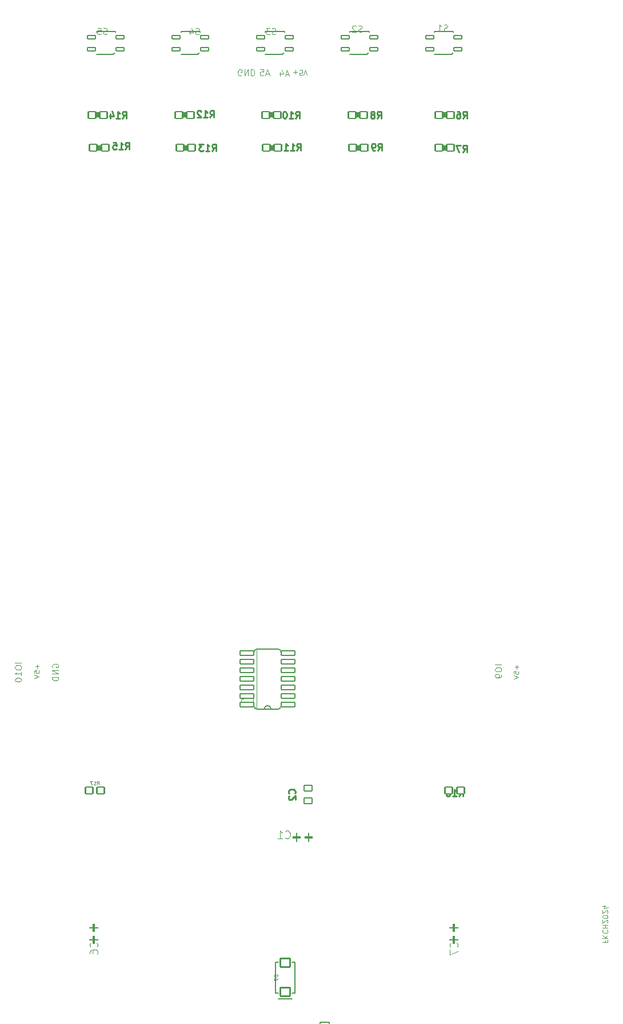
<source format=gbr>
%TF.GenerationSoftware,KiCad,Pcbnew,7.0.7*%
%TF.CreationDate,2024-03-06T07:28:39+08:00*%
%TF.ProjectId,lekirbotv2,6c656b69-7262-46f7-9476-322e6b696361,rev?*%
%TF.SameCoordinates,Original*%
%TF.FileFunction,Legend,Bot*%
%TF.FilePolarity,Positive*%
%FSLAX46Y46*%
G04 Gerber Fmt 4.6, Leading zero omitted, Abs format (unit mm)*
G04 Created by KiCad (PCBNEW 7.0.7) date 2024-03-06 07:28:39*
%MOMM*%
%LPD*%
G01*
G04 APERTURE LIST*
G04 Aperture macros list*
%AMRoundRect*
0 Rectangle with rounded corners*
0 $1 Rounding radius*
0 $2 $3 $4 $5 $6 $7 $8 $9 X,Y pos of 4 corners*
0 Add a 4 corners polygon primitive as box body*
4,1,4,$2,$3,$4,$5,$6,$7,$8,$9,$2,$3,0*
0 Add four circle primitives for the rounded corners*
1,1,$1+$1,$2,$3*
1,1,$1+$1,$4,$5*
1,1,$1+$1,$6,$7*
1,1,$1+$1,$8,$9*
0 Add four rect primitives between the rounded corners*
20,1,$1+$1,$2,$3,$4,$5,0*
20,1,$1+$1,$4,$5,$6,$7,0*
20,1,$1+$1,$6,$7,$8,$9,0*
20,1,$1+$1,$8,$9,$2,$3,0*%
%AMFreePoly0*
4,1,25,0.375350,0.844196,0.387473,0.833842,0.833842,0.387473,0.862349,0.331525,0.863600,0.315631,0.863600,-0.315631,0.844196,-0.375350,0.833842,-0.387473,0.387473,-0.833842,0.331525,-0.862349,0.315631,-0.863600,-0.315631,-0.863600,-0.375350,-0.844196,-0.387473,-0.833842,-0.833842,-0.387473,-0.862349,-0.331525,-0.863600,-0.315631,-0.863600,0.315631,-0.844196,0.375350,-0.833842,0.387473,
-0.387473,0.833842,-0.331525,0.862349,-0.315631,0.863600,0.315631,0.863600,0.375350,0.844196,0.375350,0.844196,$1*%
%AMFreePoly1*
4,1,25,0.501602,1.148996,0.513725,1.138642,1.138642,0.513725,1.167149,0.457777,1.168400,0.441883,1.168400,-0.441883,1.148996,-0.501602,1.138642,-0.513725,0.513725,-1.138642,0.457777,-1.167149,0.441883,-1.168400,-0.441883,-1.168400,-0.501602,-1.148996,-0.513725,-1.138642,-1.138642,-0.513725,-1.167149,-0.457777,-1.168400,-0.441883,-1.168400,0.441883,-1.148996,0.501602,-1.138642,0.513725,
-0.513725,1.138642,-0.457777,1.167149,-0.441883,1.168400,0.441883,1.168400,0.501602,1.148996,0.501602,1.148996,$1*%
G04 Aperture macros list end*
%ADD10C,0.081280*%
%ADD11C,0.065024*%
%ADD12C,0.097536*%
%ADD13C,0.121920*%
%ADD14C,0.250000*%
%ADD15C,0.093472*%
%ADD16C,0.116840*%
%ADD17C,0.114300*%
%ADD18C,0.203200*%
%ADD19C,0.050800*%
%ADD20C,0.152400*%
%ADD21R,1.700000X1.700000*%
%ADD22O,1.700000X1.700000*%
%ADD23C,3.200000*%
%ADD24C,2.082800*%
%ADD25C,2.000000*%
%ADD26C,1.778000*%
%ADD27RoundRect,0.101600X0.654000X-0.654000X0.654000X0.654000X-0.654000X0.654000X-0.654000X-0.654000X0*%
%ADD28C,1.511200*%
%ADD29FreePoly0,90.000000*%
%ADD30FreePoly1,90.000000*%
%ADD31C,2.183200*%
%ADD32RoundRect,0.101600X0.609600X0.266700X-0.609600X0.266700X-0.609600X-0.266700X0.609600X-0.266700X0*%
%ADD33RoundRect,0.101600X0.735000X-0.635000X0.735000X0.635000X-0.735000X0.635000X-0.735000X-0.635000X0*%
%ADD34RoundRect,0.101600X-0.735000X0.635000X-0.735000X-0.635000X0.735000X-0.635000X0.735000X0.635000X0*%
%ADD35RoundRect,0.101600X0.550000X0.500000X-0.550000X0.500000X-0.550000X-0.500000X0.550000X-0.500000X0*%
%ADD36RoundRect,0.101600X-0.600000X0.400000X-0.600000X-0.400000X0.600000X-0.400000X0.600000X0.400000X0*%
%ADD37RoundRect,0.460960X-0.190640X-0.089840X0.190640X-0.089840X0.190640X0.089840X-0.190640X0.089840X0*%
%ADD38RoundRect,0.101600X-0.550000X-0.500000X0.550000X-0.500000X0.550000X0.500000X-0.550000X0.500000X0*%
%ADD39RoundRect,0.460960X-0.089840X0.190640X-0.089840X-0.190640X0.089840X-0.190640X0.089840X0.190640X0*%
%ADD40RoundRect,0.101600X1.016000X-0.330200X1.016000X0.330200X-1.016000X0.330200X-1.016000X-0.330200X0*%
G04 APERTURE END LIST*
D10*
X55177581Y-131255276D02*
X54242861Y-131255276D01*
X54242861Y-131878423D02*
X54242861Y-132056465D01*
X54242861Y-132056465D02*
X54287371Y-132145486D01*
X54287371Y-132145486D02*
X54376392Y-132234507D01*
X54376392Y-132234507D02*
X54554434Y-132279017D01*
X54554434Y-132279017D02*
X54866008Y-132279017D01*
X54866008Y-132279017D02*
X55044050Y-132234507D01*
X55044050Y-132234507D02*
X55133071Y-132145486D01*
X55133071Y-132145486D02*
X55177581Y-132056465D01*
X55177581Y-132056465D02*
X55177581Y-131878423D01*
X55177581Y-131878423D02*
X55133071Y-131789402D01*
X55133071Y-131789402D02*
X55044050Y-131700381D01*
X55044050Y-131700381D02*
X54866008Y-131655870D01*
X54866008Y-131655870D02*
X54554434Y-131655870D01*
X54554434Y-131655870D02*
X54376392Y-131700381D01*
X54376392Y-131700381D02*
X54287371Y-131789402D01*
X54287371Y-131789402D02*
X54242861Y-131878423D01*
X55177581Y-133169226D02*
X55177581Y-132635100D01*
X55177581Y-132902163D02*
X54242861Y-132902163D01*
X54242861Y-132902163D02*
X54376392Y-132813142D01*
X54376392Y-132813142D02*
X54465413Y-132724121D01*
X54465413Y-132724121D02*
X54509924Y-132635100D01*
X54242861Y-133747863D02*
X54242861Y-133836884D01*
X54242861Y-133836884D02*
X54287371Y-133925905D01*
X54287371Y-133925905D02*
X54331882Y-133970415D01*
X54331882Y-133970415D02*
X54420903Y-134014926D01*
X54420903Y-134014926D02*
X54598945Y-134059436D01*
X54598945Y-134059436D02*
X54821497Y-134059436D01*
X54821497Y-134059436D02*
X54999539Y-134014926D01*
X54999539Y-134014926D02*
X55088560Y-133970415D01*
X55088560Y-133970415D02*
X55133071Y-133925905D01*
X55133071Y-133925905D02*
X55177581Y-133836884D01*
X55177581Y-133836884D02*
X55177581Y-133747863D01*
X55177581Y-133747863D02*
X55133071Y-133658842D01*
X55133071Y-133658842D02*
X55088560Y-133614331D01*
X55088560Y-133614331D02*
X54999539Y-133569821D01*
X54999539Y-133569821D02*
X54821497Y-133525310D01*
X54821497Y-133525310D02*
X54598945Y-133525310D01*
X54598945Y-133525310D02*
X54420903Y-133569821D01*
X54420903Y-133569821D02*
X54331882Y-133614331D01*
X54331882Y-133614331D02*
X54287371Y-133658842D01*
X54287371Y-133658842D02*
X54242861Y-133747863D01*
X67840885Y-38240471D02*
X67707353Y-38284981D01*
X67707353Y-38284981D02*
X67484801Y-38284981D01*
X67484801Y-38284981D02*
X67395780Y-38240471D01*
X67395780Y-38240471D02*
X67351269Y-38195960D01*
X67351269Y-38195960D02*
X67306759Y-38106939D01*
X67306759Y-38106939D02*
X67306759Y-38017918D01*
X67306759Y-38017918D02*
X67351269Y-37928897D01*
X67351269Y-37928897D02*
X67395780Y-37884387D01*
X67395780Y-37884387D02*
X67484801Y-37839876D01*
X67484801Y-37839876D02*
X67662843Y-37795366D01*
X67662843Y-37795366D02*
X67751864Y-37750855D01*
X67751864Y-37750855D02*
X67796374Y-37706345D01*
X67796374Y-37706345D02*
X67840885Y-37617324D01*
X67840885Y-37617324D02*
X67840885Y-37528303D01*
X67840885Y-37528303D02*
X67796374Y-37439282D01*
X67796374Y-37439282D02*
X67751864Y-37394771D01*
X67751864Y-37394771D02*
X67662843Y-37350261D01*
X67662843Y-37350261D02*
X67440290Y-37350261D01*
X67440290Y-37350261D02*
X67306759Y-37394771D01*
X66461059Y-37350261D02*
X66906164Y-37350261D01*
X66906164Y-37350261D02*
X66950675Y-37795366D01*
X66950675Y-37795366D02*
X66906164Y-37750855D01*
X66906164Y-37750855D02*
X66817143Y-37706345D01*
X66817143Y-37706345D02*
X66594591Y-37706345D01*
X66594591Y-37706345D02*
X66505570Y-37750855D01*
X66505570Y-37750855D02*
X66461059Y-37795366D01*
X66461059Y-37795366D02*
X66416549Y-37884387D01*
X66416549Y-37884387D02*
X66416549Y-38106939D01*
X66416549Y-38106939D02*
X66461059Y-38195960D01*
X66461059Y-38195960D02*
X66505570Y-38240471D01*
X66505570Y-38240471D02*
X66594591Y-38284981D01*
X66594591Y-38284981D02*
X66817143Y-38284981D01*
X66817143Y-38284981D02*
X66906164Y-38240471D01*
X66906164Y-38240471D02*
X66950675Y-38195960D01*
X87761040Y-44390828D02*
X87672019Y-44435338D01*
X87672019Y-44435338D02*
X87538488Y-44435338D01*
X87538488Y-44435338D02*
X87404956Y-44390828D01*
X87404956Y-44390828D02*
X87315935Y-44301807D01*
X87315935Y-44301807D02*
X87271425Y-44212786D01*
X87271425Y-44212786D02*
X87226914Y-44034744D01*
X87226914Y-44034744D02*
X87226914Y-43901212D01*
X87226914Y-43901212D02*
X87271425Y-43723170D01*
X87271425Y-43723170D02*
X87315935Y-43634149D01*
X87315935Y-43634149D02*
X87404956Y-43545129D01*
X87404956Y-43545129D02*
X87538488Y-43500618D01*
X87538488Y-43500618D02*
X87627509Y-43500618D01*
X87627509Y-43500618D02*
X87761040Y-43545129D01*
X87761040Y-43545129D02*
X87805551Y-43589639D01*
X87805551Y-43589639D02*
X87805551Y-43901212D01*
X87805551Y-43901212D02*
X87627509Y-43901212D01*
X88206145Y-43500618D02*
X88206145Y-44435338D01*
X88206145Y-44435338D02*
X88740271Y-43500618D01*
X88740271Y-43500618D02*
X88740271Y-44435338D01*
X89185375Y-43500618D02*
X89185375Y-44435338D01*
X89185375Y-44435338D02*
X89407927Y-44435338D01*
X89407927Y-44435338D02*
X89541459Y-44390828D01*
X89541459Y-44390828D02*
X89630480Y-44301807D01*
X89630480Y-44301807D02*
X89674990Y-44212786D01*
X89674990Y-44212786D02*
X89719501Y-44034744D01*
X89719501Y-44034744D02*
X89719501Y-43901212D01*
X89719501Y-43901212D02*
X89674990Y-43723170D01*
X89674990Y-43723170D02*
X89630480Y-43634149D01*
X89630480Y-43634149D02*
X89541459Y-43545129D01*
X89541459Y-43545129D02*
X89407927Y-43500618D01*
X89407927Y-43500618D02*
X89185375Y-43500618D01*
X81479728Y-38316671D02*
X81346196Y-38361181D01*
X81346196Y-38361181D02*
X81123644Y-38361181D01*
X81123644Y-38361181D02*
X81034623Y-38316671D01*
X81034623Y-38316671D02*
X80990112Y-38272160D01*
X80990112Y-38272160D02*
X80945602Y-38183139D01*
X80945602Y-38183139D02*
X80945602Y-38094118D01*
X80945602Y-38094118D02*
X80990112Y-38005097D01*
X80990112Y-38005097D02*
X81034623Y-37960587D01*
X81034623Y-37960587D02*
X81123644Y-37916076D01*
X81123644Y-37916076D02*
X81301686Y-37871566D01*
X81301686Y-37871566D02*
X81390707Y-37827055D01*
X81390707Y-37827055D02*
X81435217Y-37782545D01*
X81435217Y-37782545D02*
X81479728Y-37693524D01*
X81479728Y-37693524D02*
X81479728Y-37604503D01*
X81479728Y-37604503D02*
X81435217Y-37515482D01*
X81435217Y-37515482D02*
X81390707Y-37470971D01*
X81390707Y-37470971D02*
X81301686Y-37426461D01*
X81301686Y-37426461D02*
X81079133Y-37426461D01*
X81079133Y-37426461D02*
X80945602Y-37470971D01*
X80144413Y-37738034D02*
X80144413Y-38361181D01*
X80366965Y-37381951D02*
X80589518Y-38049608D01*
X80589518Y-38049608D02*
X80010881Y-38049608D01*
X118285285Y-37783271D02*
X118151753Y-37827781D01*
X118151753Y-37827781D02*
X117929201Y-37827781D01*
X117929201Y-37827781D02*
X117840180Y-37783271D01*
X117840180Y-37783271D02*
X117795669Y-37738760D01*
X117795669Y-37738760D02*
X117751159Y-37649739D01*
X117751159Y-37649739D02*
X117751159Y-37560718D01*
X117751159Y-37560718D02*
X117795669Y-37471697D01*
X117795669Y-37471697D02*
X117840180Y-37427187D01*
X117840180Y-37427187D02*
X117929201Y-37382676D01*
X117929201Y-37382676D02*
X118107243Y-37338166D01*
X118107243Y-37338166D02*
X118196264Y-37293655D01*
X118196264Y-37293655D02*
X118240774Y-37249145D01*
X118240774Y-37249145D02*
X118285285Y-37160124D01*
X118285285Y-37160124D02*
X118285285Y-37071103D01*
X118285285Y-37071103D02*
X118240774Y-36982082D01*
X118240774Y-36982082D02*
X118196264Y-36937571D01*
X118196264Y-36937571D02*
X118107243Y-36893061D01*
X118107243Y-36893061D02*
X117884690Y-36893061D01*
X117884690Y-36893061D02*
X117751159Y-36937571D01*
X116860949Y-37827781D02*
X117395075Y-37827781D01*
X117128012Y-37827781D02*
X117128012Y-36893061D01*
X117128012Y-36893061D02*
X117217033Y-37026592D01*
X117217033Y-37026592D02*
X117306054Y-37115613D01*
X117306054Y-37115613D02*
X117395075Y-37160124D01*
D11*
X141673889Y-172388218D02*
X141673889Y-172637477D01*
X141282197Y-172637477D02*
X142029973Y-172637477D01*
X142029973Y-172637477D02*
X142029973Y-172281393D01*
X141282197Y-171996526D02*
X142029973Y-171996526D01*
X141282197Y-171569225D02*
X141709498Y-171889700D01*
X142029973Y-171569225D02*
X141602673Y-171996526D01*
X141353414Y-170821449D02*
X141317806Y-170857057D01*
X141317806Y-170857057D02*
X141282197Y-170963883D01*
X141282197Y-170963883D02*
X141282197Y-171035099D01*
X141282197Y-171035099D02*
X141317806Y-171141924D01*
X141317806Y-171141924D02*
X141389022Y-171213141D01*
X141389022Y-171213141D02*
X141460239Y-171248750D01*
X141460239Y-171248750D02*
X141602673Y-171284358D01*
X141602673Y-171284358D02*
X141709498Y-171284358D01*
X141709498Y-171284358D02*
X141851931Y-171248750D01*
X141851931Y-171248750D02*
X141923148Y-171213141D01*
X141923148Y-171213141D02*
X141994365Y-171141924D01*
X141994365Y-171141924D02*
X142029973Y-171035099D01*
X142029973Y-171035099D02*
X142029973Y-170963883D01*
X142029973Y-170963883D02*
X141994365Y-170857057D01*
X141994365Y-170857057D02*
X141958756Y-170821449D01*
X141282197Y-170500974D02*
X142029973Y-170500974D01*
X141673889Y-170500974D02*
X141673889Y-170073673D01*
X141282197Y-170073673D02*
X142029973Y-170073673D01*
X141958756Y-169753198D02*
X141994365Y-169717590D01*
X141994365Y-169717590D02*
X142029973Y-169646373D01*
X142029973Y-169646373D02*
X142029973Y-169468331D01*
X142029973Y-169468331D02*
X141994365Y-169397114D01*
X141994365Y-169397114D02*
X141958756Y-169361506D01*
X141958756Y-169361506D02*
X141887540Y-169325897D01*
X141887540Y-169325897D02*
X141816323Y-169325897D01*
X141816323Y-169325897D02*
X141709498Y-169361506D01*
X141709498Y-169361506D02*
X141282197Y-169788806D01*
X141282197Y-169788806D02*
X141282197Y-169325897D01*
X142029973Y-168862988D02*
X142029973Y-168791771D01*
X142029973Y-168791771D02*
X141994365Y-168720555D01*
X141994365Y-168720555D02*
X141958756Y-168684946D01*
X141958756Y-168684946D02*
X141887540Y-168649338D01*
X141887540Y-168649338D02*
X141745106Y-168613729D01*
X141745106Y-168613729D02*
X141567064Y-168613729D01*
X141567064Y-168613729D02*
X141424631Y-168649338D01*
X141424631Y-168649338D02*
X141353414Y-168684946D01*
X141353414Y-168684946D02*
X141317806Y-168720555D01*
X141317806Y-168720555D02*
X141282197Y-168791771D01*
X141282197Y-168791771D02*
X141282197Y-168862988D01*
X141282197Y-168862988D02*
X141317806Y-168934205D01*
X141317806Y-168934205D02*
X141353414Y-168969813D01*
X141353414Y-168969813D02*
X141424631Y-169005422D01*
X141424631Y-169005422D02*
X141567064Y-169041030D01*
X141567064Y-169041030D02*
X141745106Y-169041030D01*
X141745106Y-169041030D02*
X141887540Y-169005422D01*
X141887540Y-169005422D02*
X141958756Y-168969813D01*
X141958756Y-168969813D02*
X141994365Y-168934205D01*
X141994365Y-168934205D02*
X142029973Y-168862988D01*
X141958756Y-168328862D02*
X141994365Y-168293254D01*
X141994365Y-168293254D02*
X142029973Y-168222037D01*
X142029973Y-168222037D02*
X142029973Y-168043995D01*
X142029973Y-168043995D02*
X141994365Y-167972778D01*
X141994365Y-167972778D02*
X141958756Y-167937170D01*
X141958756Y-167937170D02*
X141887540Y-167901561D01*
X141887540Y-167901561D02*
X141816323Y-167901561D01*
X141816323Y-167901561D02*
X141709498Y-167937170D01*
X141709498Y-167937170D02*
X141282197Y-168364470D01*
X141282197Y-168364470D02*
X141282197Y-167901561D01*
X141780714Y-167260610D02*
X141282197Y-167260610D01*
X142065582Y-167438652D02*
X141531456Y-167616694D01*
X141531456Y-167616694D02*
X141531456Y-167153785D01*
X128551038Y-131631870D02*
X128551038Y-132201605D01*
X128835905Y-131916737D02*
X128266171Y-131916737D01*
X128088129Y-132913772D02*
X128088129Y-132557688D01*
X128088129Y-132557688D02*
X128444213Y-132522080D01*
X128444213Y-132522080D02*
X128408604Y-132557688D01*
X128408604Y-132557688D02*
X128372996Y-132628905D01*
X128372996Y-132628905D02*
X128372996Y-132806947D01*
X128372996Y-132806947D02*
X128408604Y-132878164D01*
X128408604Y-132878164D02*
X128444213Y-132913772D01*
X128444213Y-132913772D02*
X128515429Y-132949381D01*
X128515429Y-132949381D02*
X128693471Y-132949381D01*
X128693471Y-132949381D02*
X128764688Y-132913772D01*
X128764688Y-132913772D02*
X128800297Y-132878164D01*
X128800297Y-132878164D02*
X128835905Y-132806947D01*
X128835905Y-132806947D02*
X128835905Y-132628905D01*
X128835905Y-132628905D02*
X128800297Y-132557688D01*
X128800297Y-132557688D02*
X128764688Y-132522080D01*
X128088129Y-133163031D02*
X128835905Y-133412290D01*
X128835905Y-133412290D02*
X128088129Y-133661549D01*
D10*
X94764885Y-44240918D02*
X94319780Y-44240918D01*
X94853906Y-44507981D02*
X94542332Y-43573261D01*
X94542332Y-43573261D02*
X94230759Y-44507981D01*
X93518591Y-43884834D02*
X93518591Y-44507981D01*
X93741143Y-43528751D02*
X93963696Y-44196408D01*
X93963696Y-44196408D02*
X93385059Y-44196408D01*
D11*
X95471219Y-43888761D02*
X96040954Y-43888761D01*
X95756086Y-43603894D02*
X95756086Y-44173628D01*
X96753121Y-44351670D02*
X96397037Y-44351670D01*
X96397037Y-44351670D02*
X96361429Y-43995586D01*
X96361429Y-43995586D02*
X96397037Y-44031195D01*
X96397037Y-44031195D02*
X96468254Y-44066803D01*
X96468254Y-44066803D02*
X96646296Y-44066803D01*
X96646296Y-44066803D02*
X96717513Y-44031195D01*
X96717513Y-44031195D02*
X96753121Y-43995586D01*
X96753121Y-43995586D02*
X96788730Y-43924370D01*
X96788730Y-43924370D02*
X96788730Y-43746328D01*
X96788730Y-43746328D02*
X96753121Y-43675111D01*
X96753121Y-43675111D02*
X96717513Y-43639503D01*
X96717513Y-43639503D02*
X96646296Y-43603894D01*
X96646296Y-43603894D02*
X96468254Y-43603894D01*
X96468254Y-43603894D02*
X96397037Y-43639503D01*
X96397037Y-43639503D02*
X96361429Y-43675111D01*
X97002380Y-44351670D02*
X97251639Y-43603894D01*
X97251639Y-43603894D02*
X97500898Y-44351670D01*
D10*
X59773771Y-131948091D02*
X59729261Y-131859070D01*
X59729261Y-131859070D02*
X59729261Y-131725539D01*
X59729261Y-131725539D02*
X59773771Y-131592007D01*
X59773771Y-131592007D02*
X59862792Y-131502986D01*
X59862792Y-131502986D02*
X59951813Y-131458476D01*
X59951813Y-131458476D02*
X60129855Y-131413965D01*
X60129855Y-131413965D02*
X60263387Y-131413965D01*
X60263387Y-131413965D02*
X60441429Y-131458476D01*
X60441429Y-131458476D02*
X60530450Y-131502986D01*
X60530450Y-131502986D02*
X60619471Y-131592007D01*
X60619471Y-131592007D02*
X60663981Y-131725539D01*
X60663981Y-131725539D02*
X60663981Y-131814560D01*
X60663981Y-131814560D02*
X60619471Y-131948091D01*
X60619471Y-131948091D02*
X60574960Y-131992602D01*
X60574960Y-131992602D02*
X60263387Y-131992602D01*
X60263387Y-131992602D02*
X60263387Y-131814560D01*
X60663981Y-132393196D02*
X59729261Y-132393196D01*
X59729261Y-132393196D02*
X60663981Y-132927322D01*
X60663981Y-132927322D02*
X59729261Y-132927322D01*
X60663981Y-133372426D02*
X59729261Y-133372426D01*
X59729261Y-133372426D02*
X59729261Y-133594978D01*
X59729261Y-133594978D02*
X59773771Y-133728510D01*
X59773771Y-133728510D02*
X59862792Y-133817531D01*
X59862792Y-133817531D02*
X59951813Y-133862041D01*
X59951813Y-133862041D02*
X60129855Y-133906552D01*
X60129855Y-133906552D02*
X60263387Y-133906552D01*
X60263387Y-133906552D02*
X60441429Y-133862041D01*
X60441429Y-133862041D02*
X60530450Y-133817531D01*
X60530450Y-133817531D02*
X60619471Y-133728510D01*
X60619471Y-133728510D02*
X60663981Y-133594978D01*
X60663981Y-133594978D02*
X60663981Y-133372426D01*
X91843885Y-44139318D02*
X91398780Y-44139318D01*
X91932906Y-44406381D02*
X91621332Y-43471661D01*
X91621332Y-43471661D02*
X91309759Y-44406381D01*
X90553080Y-43471661D02*
X90998185Y-43471661D01*
X90998185Y-43471661D02*
X91042696Y-43916766D01*
X91042696Y-43916766D02*
X90998185Y-43872255D01*
X90998185Y-43872255D02*
X90909164Y-43827745D01*
X90909164Y-43827745D02*
X90686612Y-43827745D01*
X90686612Y-43827745D02*
X90597591Y-43872255D01*
X90597591Y-43872255D02*
X90553080Y-43916766D01*
X90553080Y-43916766D02*
X90508570Y-44005787D01*
X90508570Y-44005787D02*
X90508570Y-44228339D01*
X90508570Y-44228339D02*
X90553080Y-44317360D01*
X90553080Y-44317360D02*
X90597591Y-44361871D01*
X90597591Y-44361871D02*
X90686612Y-44406381D01*
X90686612Y-44406381D02*
X90909164Y-44406381D01*
X90909164Y-44406381D02*
X90998185Y-44361871D01*
X90998185Y-44361871D02*
X91042696Y-44317360D01*
D11*
X57507238Y-131530270D02*
X57507238Y-132100005D01*
X57792105Y-131815137D02*
X57222371Y-131815137D01*
X57044329Y-132812172D02*
X57044329Y-132456088D01*
X57044329Y-132456088D02*
X57400413Y-132420480D01*
X57400413Y-132420480D02*
X57364804Y-132456088D01*
X57364804Y-132456088D02*
X57329196Y-132527305D01*
X57329196Y-132527305D02*
X57329196Y-132705347D01*
X57329196Y-132705347D02*
X57364804Y-132776564D01*
X57364804Y-132776564D02*
X57400413Y-132812172D01*
X57400413Y-132812172D02*
X57471629Y-132847781D01*
X57471629Y-132847781D02*
X57649671Y-132847781D01*
X57649671Y-132847781D02*
X57720888Y-132812172D01*
X57720888Y-132812172D02*
X57756497Y-132776564D01*
X57756497Y-132776564D02*
X57792105Y-132705347D01*
X57792105Y-132705347D02*
X57792105Y-132527305D01*
X57792105Y-132527305D02*
X57756497Y-132456088D01*
X57756497Y-132456088D02*
X57720888Y-132420480D01*
X57044329Y-133061431D02*
X57792105Y-133310690D01*
X57792105Y-133310690D02*
X57044329Y-133559949D01*
D10*
X92849043Y-38316671D02*
X92715511Y-38361181D01*
X92715511Y-38361181D02*
X92492959Y-38361181D01*
X92492959Y-38361181D02*
X92403938Y-38316671D01*
X92403938Y-38316671D02*
X92359427Y-38272160D01*
X92359427Y-38272160D02*
X92314917Y-38183139D01*
X92314917Y-38183139D02*
X92314917Y-38094118D01*
X92314917Y-38094118D02*
X92359427Y-38005097D01*
X92359427Y-38005097D02*
X92403938Y-37960587D01*
X92403938Y-37960587D02*
X92492959Y-37916076D01*
X92492959Y-37916076D02*
X92671001Y-37871566D01*
X92671001Y-37871566D02*
X92760022Y-37827055D01*
X92760022Y-37827055D02*
X92804532Y-37782545D01*
X92804532Y-37782545D02*
X92849043Y-37693524D01*
X92849043Y-37693524D02*
X92849043Y-37604503D01*
X92849043Y-37604503D02*
X92804532Y-37515482D01*
X92804532Y-37515482D02*
X92760022Y-37470971D01*
X92760022Y-37470971D02*
X92671001Y-37426461D01*
X92671001Y-37426461D02*
X92448448Y-37426461D01*
X92448448Y-37426461D02*
X92314917Y-37470971D01*
X92003343Y-37426461D02*
X91424707Y-37426461D01*
X91424707Y-37426461D02*
X91736280Y-37782545D01*
X91736280Y-37782545D02*
X91602749Y-37782545D01*
X91602749Y-37782545D02*
X91513728Y-37827055D01*
X91513728Y-37827055D02*
X91469217Y-37871566D01*
X91469217Y-37871566D02*
X91424707Y-37960587D01*
X91424707Y-37960587D02*
X91424707Y-38183139D01*
X91424707Y-38183139D02*
X91469217Y-38272160D01*
X91469217Y-38272160D02*
X91513728Y-38316671D01*
X91513728Y-38316671D02*
X91602749Y-38361181D01*
X91602749Y-38361181D02*
X91869812Y-38361181D01*
X91869812Y-38361181D02*
X91958833Y-38316671D01*
X91958833Y-38316671D02*
X92003343Y-38272160D01*
X105610685Y-37935671D02*
X105477153Y-37980181D01*
X105477153Y-37980181D02*
X105254601Y-37980181D01*
X105254601Y-37980181D02*
X105165580Y-37935671D01*
X105165580Y-37935671D02*
X105121069Y-37891160D01*
X105121069Y-37891160D02*
X105076559Y-37802139D01*
X105076559Y-37802139D02*
X105076559Y-37713118D01*
X105076559Y-37713118D02*
X105121069Y-37624097D01*
X105121069Y-37624097D02*
X105165580Y-37579587D01*
X105165580Y-37579587D02*
X105254601Y-37535076D01*
X105254601Y-37535076D02*
X105432643Y-37490566D01*
X105432643Y-37490566D02*
X105521664Y-37446055D01*
X105521664Y-37446055D02*
X105566174Y-37401545D01*
X105566174Y-37401545D02*
X105610685Y-37312524D01*
X105610685Y-37312524D02*
X105610685Y-37223503D01*
X105610685Y-37223503D02*
X105566174Y-37134482D01*
X105566174Y-37134482D02*
X105521664Y-37089971D01*
X105521664Y-37089971D02*
X105432643Y-37045461D01*
X105432643Y-37045461D02*
X105210090Y-37045461D01*
X105210090Y-37045461D02*
X105076559Y-37089971D01*
X104720475Y-37134482D02*
X104675964Y-37089971D01*
X104675964Y-37089971D02*
X104586943Y-37045461D01*
X104586943Y-37045461D02*
X104364391Y-37045461D01*
X104364391Y-37045461D02*
X104275370Y-37089971D01*
X104275370Y-37089971D02*
X104230859Y-37134482D01*
X104230859Y-37134482D02*
X104186349Y-37223503D01*
X104186349Y-37223503D02*
X104186349Y-37312524D01*
X104186349Y-37312524D02*
X104230859Y-37446055D01*
X104230859Y-37446055D02*
X104764985Y-37980181D01*
X104764985Y-37980181D02*
X104186349Y-37980181D01*
X126297581Y-131560076D02*
X125362861Y-131560076D01*
X125362861Y-132183223D02*
X125362861Y-132361265D01*
X125362861Y-132361265D02*
X125407371Y-132450286D01*
X125407371Y-132450286D02*
X125496392Y-132539307D01*
X125496392Y-132539307D02*
X125674434Y-132583817D01*
X125674434Y-132583817D02*
X125986008Y-132583817D01*
X125986008Y-132583817D02*
X126164050Y-132539307D01*
X126164050Y-132539307D02*
X126253071Y-132450286D01*
X126253071Y-132450286D02*
X126297581Y-132361265D01*
X126297581Y-132361265D02*
X126297581Y-132183223D01*
X126297581Y-132183223D02*
X126253071Y-132094202D01*
X126253071Y-132094202D02*
X126164050Y-132005181D01*
X126164050Y-132005181D02*
X125986008Y-131960670D01*
X125986008Y-131960670D02*
X125674434Y-131960670D01*
X125674434Y-131960670D02*
X125496392Y-132005181D01*
X125496392Y-132005181D02*
X125407371Y-132094202D01*
X125407371Y-132094202D02*
X125362861Y-132183223D01*
X126297581Y-133028921D02*
X126297581Y-133206963D01*
X126297581Y-133206963D02*
X126253071Y-133295984D01*
X126253071Y-133295984D02*
X126208560Y-133340495D01*
X126208560Y-133340495D02*
X126075029Y-133429516D01*
X126075029Y-133429516D02*
X125896987Y-133474026D01*
X125896987Y-133474026D02*
X125540903Y-133474026D01*
X125540903Y-133474026D02*
X125451882Y-133429516D01*
X125451882Y-133429516D02*
X125407371Y-133385005D01*
X125407371Y-133385005D02*
X125362861Y-133295984D01*
X125362861Y-133295984D02*
X125362861Y-133117942D01*
X125362861Y-133117942D02*
X125407371Y-133028921D01*
X125407371Y-133028921D02*
X125451882Y-132984411D01*
X125451882Y-132984411D02*
X125540903Y-132939900D01*
X125540903Y-132939900D02*
X125763455Y-132939900D01*
X125763455Y-132939900D02*
X125852476Y-132984411D01*
X125852476Y-132984411D02*
X125896987Y-133028921D01*
X125896987Y-133028921D02*
X125941497Y-133117942D01*
X125941497Y-133117942D02*
X125941497Y-133295984D01*
X125941497Y-133295984D02*
X125896987Y-133385005D01*
X125896987Y-133385005D02*
X125852476Y-133429516D01*
X125852476Y-133429516D02*
X125763455Y-133474026D01*
D12*
X93114776Y-177447099D02*
X92602712Y-177447099D01*
X92602712Y-177447099D02*
X92602712Y-177569019D01*
X92602712Y-177569019D02*
X92627096Y-177642171D01*
X92627096Y-177642171D02*
X92675864Y-177690939D01*
X92675864Y-177690939D02*
X92724632Y-177715323D01*
X92724632Y-177715323D02*
X92822168Y-177739707D01*
X92822168Y-177739707D02*
X92895320Y-177739707D01*
X92895320Y-177739707D02*
X92992856Y-177715323D01*
X92992856Y-177715323D02*
X93041624Y-177690939D01*
X93041624Y-177690939D02*
X93090392Y-177642171D01*
X93090392Y-177642171D02*
X93114776Y-177569019D01*
X93114776Y-177569019D02*
X93114776Y-177447099D01*
X92602712Y-177910395D02*
X92602712Y-178251771D01*
X92602712Y-178251771D02*
X93114776Y-178032315D01*
D13*
X66353908Y-149302828D02*
X66516468Y-149070600D01*
X66632582Y-149302828D02*
X66632582Y-148815148D01*
X66632582Y-148815148D02*
X66446799Y-148815148D01*
X66446799Y-148815148D02*
X66400354Y-148838371D01*
X66400354Y-148838371D02*
X66377131Y-148861594D01*
X66377131Y-148861594D02*
X66353908Y-148908040D01*
X66353908Y-148908040D02*
X66353908Y-148977708D01*
X66353908Y-148977708D02*
X66377131Y-149024154D01*
X66377131Y-149024154D02*
X66400354Y-149047377D01*
X66400354Y-149047377D02*
X66446799Y-149070600D01*
X66446799Y-149070600D02*
X66632582Y-149070600D01*
X65889451Y-149302828D02*
X66168125Y-149302828D01*
X66028788Y-149302828D02*
X66028788Y-148815148D01*
X66028788Y-148815148D02*
X66075234Y-148884817D01*
X66075234Y-148884817D02*
X66121679Y-148931263D01*
X66121679Y-148931263D02*
X66168125Y-148954486D01*
X65726891Y-148815148D02*
X65401771Y-148815148D01*
X65401771Y-148815148D02*
X65610777Y-149302828D01*
D14*
X83100403Y-50612619D02*
X83433736Y-50136428D01*
X83671831Y-50612619D02*
X83671831Y-49612619D01*
X83671831Y-49612619D02*
X83290879Y-49612619D01*
X83290879Y-49612619D02*
X83195641Y-49660238D01*
X83195641Y-49660238D02*
X83148022Y-49707857D01*
X83148022Y-49707857D02*
X83100403Y-49803095D01*
X83100403Y-49803095D02*
X83100403Y-49945952D01*
X83100403Y-49945952D02*
X83148022Y-50041190D01*
X83148022Y-50041190D02*
X83195641Y-50088809D01*
X83195641Y-50088809D02*
X83290879Y-50136428D01*
X83290879Y-50136428D02*
X83671831Y-50136428D01*
X82148022Y-50612619D02*
X82719450Y-50612619D01*
X82433736Y-50612619D02*
X82433736Y-49612619D01*
X82433736Y-49612619D02*
X82528974Y-49755476D01*
X82528974Y-49755476D02*
X82624212Y-49850714D01*
X82624212Y-49850714D02*
X82719450Y-49898333D01*
X81767069Y-49707857D02*
X81719450Y-49660238D01*
X81719450Y-49660238D02*
X81624212Y-49612619D01*
X81624212Y-49612619D02*
X81386117Y-49612619D01*
X81386117Y-49612619D02*
X81290879Y-49660238D01*
X81290879Y-49660238D02*
X81243260Y-49707857D01*
X81243260Y-49707857D02*
X81195641Y-49803095D01*
X81195641Y-49803095D02*
X81195641Y-49898333D01*
X81195641Y-49898333D02*
X81243260Y-50041190D01*
X81243260Y-50041190D02*
X81814688Y-50612619D01*
X81814688Y-50612619D02*
X81195641Y-50612619D01*
X95654780Y-150599184D02*
X95702400Y-150551565D01*
X95702400Y-150551565D02*
X95750019Y-150408708D01*
X95750019Y-150408708D02*
X95750019Y-150313470D01*
X95750019Y-150313470D02*
X95702400Y-150170613D01*
X95702400Y-150170613D02*
X95607161Y-150075375D01*
X95607161Y-150075375D02*
X95511923Y-150027756D01*
X95511923Y-150027756D02*
X95321447Y-149980137D01*
X95321447Y-149980137D02*
X95178590Y-149980137D01*
X95178590Y-149980137D02*
X94988114Y-150027756D01*
X94988114Y-150027756D02*
X94892876Y-150075375D01*
X94892876Y-150075375D02*
X94797638Y-150170613D01*
X94797638Y-150170613D02*
X94750019Y-150313470D01*
X94750019Y-150313470D02*
X94750019Y-150408708D01*
X94750019Y-150408708D02*
X94797638Y-150551565D01*
X94797638Y-150551565D02*
X94845257Y-150599184D01*
X94845257Y-150980137D02*
X94797638Y-151027756D01*
X94797638Y-151027756D02*
X94750019Y-151122994D01*
X94750019Y-151122994D02*
X94750019Y-151361089D01*
X94750019Y-151361089D02*
X94797638Y-151456327D01*
X94797638Y-151456327D02*
X94845257Y-151503946D01*
X94845257Y-151503946D02*
X94940495Y-151551565D01*
X94940495Y-151551565D02*
X95035733Y-151551565D01*
X95035733Y-151551565D02*
X95178590Y-151503946D01*
X95178590Y-151503946D02*
X95750019Y-150932518D01*
X95750019Y-150932518D02*
X95750019Y-151551565D01*
D15*
X66363304Y-173275872D02*
X66419330Y-173219847D01*
X66419330Y-173219847D02*
X66475355Y-173051771D01*
X66475355Y-173051771D02*
X66475355Y-172939721D01*
X66475355Y-172939721D02*
X66419330Y-172771646D01*
X66419330Y-172771646D02*
X66307279Y-172659595D01*
X66307279Y-172659595D02*
X66195229Y-172603570D01*
X66195229Y-172603570D02*
X65971128Y-172547545D01*
X65971128Y-172547545D02*
X65803053Y-172547545D01*
X65803053Y-172547545D02*
X65578952Y-172603570D01*
X65578952Y-172603570D02*
X65466902Y-172659595D01*
X65466902Y-172659595D02*
X65354852Y-172771646D01*
X65354852Y-172771646D02*
X65298827Y-172939721D01*
X65298827Y-172939721D02*
X65298827Y-173051771D01*
X65298827Y-173051771D02*
X65354852Y-173219847D01*
X65354852Y-173219847D02*
X65410877Y-173275872D01*
X65298827Y-174284325D02*
X65298827Y-174060224D01*
X65298827Y-174060224D02*
X65354852Y-173948174D01*
X65354852Y-173948174D02*
X65410877Y-173892149D01*
X65410877Y-173892149D02*
X65578952Y-173780098D01*
X65578952Y-173780098D02*
X65803053Y-173724073D01*
X65803053Y-173724073D02*
X66251254Y-173724073D01*
X66251254Y-173724073D02*
X66363304Y-173780098D01*
X66363304Y-173780098D02*
X66419330Y-173836123D01*
X66419330Y-173836123D02*
X66475355Y-173948174D01*
X66475355Y-173948174D02*
X66475355Y-174172274D01*
X66475355Y-174172274D02*
X66419330Y-174284325D01*
X66419330Y-174284325D02*
X66363304Y-174340350D01*
X66363304Y-174340350D02*
X66251254Y-174396375D01*
X66251254Y-174396375D02*
X65971128Y-174396375D01*
X65971128Y-174396375D02*
X65859078Y-174340350D01*
X65859078Y-174340350D02*
X65803053Y-174284325D01*
X65803053Y-174284325D02*
X65747028Y-174172274D01*
X65747028Y-174172274D02*
X65747028Y-173948174D01*
X65747028Y-173948174D02*
X65803053Y-173836123D01*
X65803053Y-173836123D02*
X65859078Y-173780098D01*
X65859078Y-173780098D02*
X65971128Y-173724073D01*
D14*
X119997857Y-150994619D02*
X120331190Y-150518428D01*
X120569285Y-150994619D02*
X120569285Y-149994619D01*
X120569285Y-149994619D02*
X120188333Y-149994619D01*
X120188333Y-149994619D02*
X120093095Y-150042238D01*
X120093095Y-150042238D02*
X120045476Y-150089857D01*
X120045476Y-150089857D02*
X119997857Y-150185095D01*
X119997857Y-150185095D02*
X119997857Y-150327952D01*
X119997857Y-150327952D02*
X120045476Y-150423190D01*
X120045476Y-150423190D02*
X120093095Y-150470809D01*
X120093095Y-150470809D02*
X120188333Y-150518428D01*
X120188333Y-150518428D02*
X120569285Y-150518428D01*
X119045476Y-150994619D02*
X119616904Y-150994619D01*
X119331190Y-150994619D02*
X119331190Y-149994619D01*
X119331190Y-149994619D02*
X119426428Y-150137476D01*
X119426428Y-150137476D02*
X119521666Y-150232714D01*
X119521666Y-150232714D02*
X119616904Y-150280333D01*
X118188333Y-149994619D02*
X118378809Y-149994619D01*
X118378809Y-149994619D02*
X118474047Y-150042238D01*
X118474047Y-150042238D02*
X118521666Y-150089857D01*
X118521666Y-150089857D02*
X118616904Y-150232714D01*
X118616904Y-150232714D02*
X118664523Y-150423190D01*
X118664523Y-150423190D02*
X118664523Y-150804142D01*
X118664523Y-150804142D02*
X118616904Y-150899380D01*
X118616904Y-150899380D02*
X118569285Y-150947000D01*
X118569285Y-150947000D02*
X118474047Y-150994619D01*
X118474047Y-150994619D02*
X118283571Y-150994619D01*
X118283571Y-150994619D02*
X118188333Y-150947000D01*
X118188333Y-150947000D02*
X118140714Y-150899380D01*
X118140714Y-150899380D02*
X118093095Y-150804142D01*
X118093095Y-150804142D02*
X118093095Y-150566047D01*
X118093095Y-150566047D02*
X118140714Y-150470809D01*
X118140714Y-150470809D02*
X118188333Y-150423190D01*
X118188333Y-150423190D02*
X118283571Y-150375571D01*
X118283571Y-150375571D02*
X118474047Y-150375571D01*
X118474047Y-150375571D02*
X118569285Y-150423190D01*
X118569285Y-150423190D02*
X118616904Y-150470809D01*
X118616904Y-150470809D02*
X118664523Y-150566047D01*
X83413111Y-55565619D02*
X83746444Y-55089428D01*
X83984539Y-55565619D02*
X83984539Y-54565619D01*
X83984539Y-54565619D02*
X83603587Y-54565619D01*
X83603587Y-54565619D02*
X83508349Y-54613238D01*
X83508349Y-54613238D02*
X83460730Y-54660857D01*
X83460730Y-54660857D02*
X83413111Y-54756095D01*
X83413111Y-54756095D02*
X83413111Y-54898952D01*
X83413111Y-54898952D02*
X83460730Y-54994190D01*
X83460730Y-54994190D02*
X83508349Y-55041809D01*
X83508349Y-55041809D02*
X83603587Y-55089428D01*
X83603587Y-55089428D02*
X83984539Y-55089428D01*
X82460730Y-55565619D02*
X83032158Y-55565619D01*
X82746444Y-55565619D02*
X82746444Y-54565619D01*
X82746444Y-54565619D02*
X82841682Y-54708476D01*
X82841682Y-54708476D02*
X82936920Y-54803714D01*
X82936920Y-54803714D02*
X83032158Y-54851333D01*
X82127396Y-54565619D02*
X81508349Y-54565619D01*
X81508349Y-54565619D02*
X81841682Y-54946571D01*
X81841682Y-54946571D02*
X81698825Y-54946571D01*
X81698825Y-54946571D02*
X81603587Y-54994190D01*
X81603587Y-54994190D02*
X81555968Y-55041809D01*
X81555968Y-55041809D02*
X81508349Y-55137047D01*
X81508349Y-55137047D02*
X81508349Y-55375142D01*
X81508349Y-55375142D02*
X81555968Y-55470380D01*
X81555968Y-55470380D02*
X81603587Y-55518000D01*
X81603587Y-55518000D02*
X81698825Y-55565619D01*
X81698825Y-55565619D02*
X81984539Y-55565619D01*
X81984539Y-55565619D02*
X82079777Y-55518000D01*
X82079777Y-55518000D02*
X82127396Y-55470380D01*
D16*
X94282965Y-157166622D02*
X94337877Y-157221535D01*
X94337877Y-157221535D02*
X94502615Y-157276447D01*
X94502615Y-157276447D02*
X94612439Y-157276447D01*
X94612439Y-157276447D02*
X94777176Y-157221535D01*
X94777176Y-157221535D02*
X94887001Y-157111710D01*
X94887001Y-157111710D02*
X94941914Y-157001885D01*
X94941914Y-157001885D02*
X94996826Y-156782235D01*
X94996826Y-156782235D02*
X94996826Y-156617498D01*
X94996826Y-156617498D02*
X94941914Y-156397849D01*
X94941914Y-156397849D02*
X94887001Y-156288024D01*
X94887001Y-156288024D02*
X94777176Y-156178199D01*
X94777176Y-156178199D02*
X94612439Y-156123287D01*
X94612439Y-156123287D02*
X94502615Y-156123287D01*
X94502615Y-156123287D02*
X94337877Y-156178199D01*
X94337877Y-156178199D02*
X94282965Y-156233112D01*
X93184717Y-157276447D02*
X93843666Y-157276447D01*
X93514192Y-157276447D02*
X93514192Y-156123287D01*
X93514192Y-156123287D02*
X93624016Y-156288024D01*
X93624016Y-156288024D02*
X93733841Y-156397849D01*
X93733841Y-156397849D02*
X93843666Y-156452761D01*
D14*
X95986111Y-55465619D02*
X96319444Y-54989428D01*
X96557539Y-55465619D02*
X96557539Y-54465619D01*
X96557539Y-54465619D02*
X96176587Y-54465619D01*
X96176587Y-54465619D02*
X96081349Y-54513238D01*
X96081349Y-54513238D02*
X96033730Y-54560857D01*
X96033730Y-54560857D02*
X95986111Y-54656095D01*
X95986111Y-54656095D02*
X95986111Y-54798952D01*
X95986111Y-54798952D02*
X96033730Y-54894190D01*
X96033730Y-54894190D02*
X96081349Y-54941809D01*
X96081349Y-54941809D02*
X96176587Y-54989428D01*
X96176587Y-54989428D02*
X96557539Y-54989428D01*
X95033730Y-55465619D02*
X95605158Y-55465619D01*
X95319444Y-55465619D02*
X95319444Y-54465619D01*
X95319444Y-54465619D02*
X95414682Y-54608476D01*
X95414682Y-54608476D02*
X95509920Y-54703714D01*
X95509920Y-54703714D02*
X95605158Y-54751333D01*
X94081349Y-55465619D02*
X94652777Y-55465619D01*
X94367063Y-55465619D02*
X94367063Y-54465619D01*
X94367063Y-54465619D02*
X94462301Y-54608476D01*
X94462301Y-54608476D02*
X94557539Y-54703714D01*
X94557539Y-54703714D02*
X94652777Y-54751333D01*
D17*
X90023236Y-137297789D02*
X90023236Y-136142089D01*
X88812503Y-137187722D02*
X88867536Y-137242756D01*
X88867536Y-137242756D02*
X89032636Y-137297789D01*
X89032636Y-137297789D02*
X89142703Y-137297789D01*
X89142703Y-137297789D02*
X89307803Y-137242756D01*
X89307803Y-137242756D02*
X89417870Y-137132689D01*
X89417870Y-137132689D02*
X89472903Y-137022622D01*
X89472903Y-137022622D02*
X89527936Y-136802489D01*
X89527936Y-136802489D02*
X89527936Y-136637389D01*
X89527936Y-136637389D02*
X89472903Y-136417256D01*
X89472903Y-136417256D02*
X89417870Y-136307189D01*
X89417870Y-136307189D02*
X89307803Y-136197122D01*
X89307803Y-136197122D02*
X89142703Y-136142089D01*
X89142703Y-136142089D02*
X89032636Y-136142089D01*
X89032636Y-136142089D02*
X88867536Y-136197122D01*
X88867536Y-136197122D02*
X88812503Y-136252156D01*
X88427270Y-136142089D02*
X87711836Y-136142089D01*
X87711836Y-136142089D02*
X88097070Y-136582356D01*
X88097070Y-136582356D02*
X87931970Y-136582356D01*
X87931970Y-136582356D02*
X87821903Y-136637389D01*
X87821903Y-136637389D02*
X87766870Y-136692422D01*
X87766870Y-136692422D02*
X87711836Y-136802489D01*
X87711836Y-136802489D02*
X87711836Y-137077656D01*
X87711836Y-137077656D02*
X87766870Y-137187722D01*
X87766870Y-137187722D02*
X87821903Y-137242756D01*
X87821903Y-137242756D02*
X87931970Y-137297789D01*
X87931970Y-137297789D02*
X88262170Y-137297789D01*
X88262170Y-137297789D02*
X88372236Y-137242756D01*
X88372236Y-137242756D02*
X88427270Y-137187722D01*
D14*
X70586111Y-55311619D02*
X70919444Y-54835428D01*
X71157539Y-55311619D02*
X71157539Y-54311619D01*
X71157539Y-54311619D02*
X70776587Y-54311619D01*
X70776587Y-54311619D02*
X70681349Y-54359238D01*
X70681349Y-54359238D02*
X70633730Y-54406857D01*
X70633730Y-54406857D02*
X70586111Y-54502095D01*
X70586111Y-54502095D02*
X70586111Y-54644952D01*
X70586111Y-54644952D02*
X70633730Y-54740190D01*
X70633730Y-54740190D02*
X70681349Y-54787809D01*
X70681349Y-54787809D02*
X70776587Y-54835428D01*
X70776587Y-54835428D02*
X71157539Y-54835428D01*
X69633730Y-55311619D02*
X70205158Y-55311619D01*
X69919444Y-55311619D02*
X69919444Y-54311619D01*
X69919444Y-54311619D02*
X70014682Y-54454476D01*
X70014682Y-54454476D02*
X70109920Y-54549714D01*
X70109920Y-54549714D02*
X70205158Y-54597333D01*
X68728968Y-54311619D02*
X69205158Y-54311619D01*
X69205158Y-54311619D02*
X69252777Y-54787809D01*
X69252777Y-54787809D02*
X69205158Y-54740190D01*
X69205158Y-54740190D02*
X69109920Y-54692571D01*
X69109920Y-54692571D02*
X68871825Y-54692571D01*
X68871825Y-54692571D02*
X68776587Y-54740190D01*
X68776587Y-54740190D02*
X68728968Y-54787809D01*
X68728968Y-54787809D02*
X68681349Y-54883047D01*
X68681349Y-54883047D02*
X68681349Y-55121142D01*
X68681349Y-55121142D02*
X68728968Y-55216380D01*
X68728968Y-55216380D02*
X68776587Y-55264000D01*
X68776587Y-55264000D02*
X68871825Y-55311619D01*
X68871825Y-55311619D02*
X69109920Y-55311619D01*
X69109920Y-55311619D02*
X69205158Y-55264000D01*
X69205158Y-55264000D02*
X69252777Y-55216380D01*
X95800403Y-50739619D02*
X96133736Y-50263428D01*
X96371831Y-50739619D02*
X96371831Y-49739619D01*
X96371831Y-49739619D02*
X95990879Y-49739619D01*
X95990879Y-49739619D02*
X95895641Y-49787238D01*
X95895641Y-49787238D02*
X95848022Y-49834857D01*
X95848022Y-49834857D02*
X95800403Y-49930095D01*
X95800403Y-49930095D02*
X95800403Y-50072952D01*
X95800403Y-50072952D02*
X95848022Y-50168190D01*
X95848022Y-50168190D02*
X95895641Y-50215809D01*
X95895641Y-50215809D02*
X95990879Y-50263428D01*
X95990879Y-50263428D02*
X96371831Y-50263428D01*
X94848022Y-50739619D02*
X95419450Y-50739619D01*
X95133736Y-50739619D02*
X95133736Y-49739619D01*
X95133736Y-49739619D02*
X95228974Y-49882476D01*
X95228974Y-49882476D02*
X95324212Y-49977714D01*
X95324212Y-49977714D02*
X95419450Y-50025333D01*
X94228974Y-49739619D02*
X94133736Y-49739619D01*
X94133736Y-49739619D02*
X94038498Y-49787238D01*
X94038498Y-49787238D02*
X93990879Y-49834857D01*
X93990879Y-49834857D02*
X93943260Y-49930095D01*
X93943260Y-49930095D02*
X93895641Y-50120571D01*
X93895641Y-50120571D02*
X93895641Y-50358666D01*
X93895641Y-50358666D02*
X93943260Y-50549142D01*
X93943260Y-50549142D02*
X93990879Y-50644380D01*
X93990879Y-50644380D02*
X94038498Y-50692000D01*
X94038498Y-50692000D02*
X94133736Y-50739619D01*
X94133736Y-50739619D02*
X94228974Y-50739619D01*
X94228974Y-50739619D02*
X94324212Y-50692000D01*
X94324212Y-50692000D02*
X94371831Y-50644380D01*
X94371831Y-50644380D02*
X94419450Y-50549142D01*
X94419450Y-50549142D02*
X94467069Y-50358666D01*
X94467069Y-50358666D02*
X94467069Y-50120571D01*
X94467069Y-50120571D02*
X94419450Y-49930095D01*
X94419450Y-49930095D02*
X94371831Y-49834857D01*
X94371831Y-49834857D02*
X94324212Y-49787238D01*
X94324212Y-49787238D02*
X94228974Y-49739619D01*
D15*
X119703304Y-173301272D02*
X119759330Y-173245247D01*
X119759330Y-173245247D02*
X119815355Y-173077171D01*
X119815355Y-173077171D02*
X119815355Y-172965121D01*
X119815355Y-172965121D02*
X119759330Y-172797046D01*
X119759330Y-172797046D02*
X119647279Y-172684995D01*
X119647279Y-172684995D02*
X119535229Y-172628970D01*
X119535229Y-172628970D02*
X119311128Y-172572945D01*
X119311128Y-172572945D02*
X119143053Y-172572945D01*
X119143053Y-172572945D02*
X118918952Y-172628970D01*
X118918952Y-172628970D02*
X118806902Y-172684995D01*
X118806902Y-172684995D02*
X118694852Y-172797046D01*
X118694852Y-172797046D02*
X118638827Y-172965121D01*
X118638827Y-172965121D02*
X118638827Y-173077171D01*
X118638827Y-173077171D02*
X118694852Y-173245247D01*
X118694852Y-173245247D02*
X118750877Y-173301272D01*
X118638827Y-173693448D02*
X118638827Y-174477800D01*
X118638827Y-174477800D02*
X119815355Y-173973574D01*
D14*
X120565403Y-55719619D02*
X120898736Y-55243428D01*
X121136831Y-55719619D02*
X121136831Y-54719619D01*
X121136831Y-54719619D02*
X120755879Y-54719619D01*
X120755879Y-54719619D02*
X120660641Y-54767238D01*
X120660641Y-54767238D02*
X120613022Y-54814857D01*
X120613022Y-54814857D02*
X120565403Y-54910095D01*
X120565403Y-54910095D02*
X120565403Y-55052952D01*
X120565403Y-55052952D02*
X120613022Y-55148190D01*
X120613022Y-55148190D02*
X120660641Y-55195809D01*
X120660641Y-55195809D02*
X120755879Y-55243428D01*
X120755879Y-55243428D02*
X121136831Y-55243428D01*
X120232069Y-54719619D02*
X119565403Y-54719619D01*
X119565403Y-54719619D02*
X119993974Y-55719619D01*
X70146403Y-50739619D02*
X70479736Y-50263428D01*
X70717831Y-50739619D02*
X70717831Y-49739619D01*
X70717831Y-49739619D02*
X70336879Y-49739619D01*
X70336879Y-49739619D02*
X70241641Y-49787238D01*
X70241641Y-49787238D02*
X70194022Y-49834857D01*
X70194022Y-49834857D02*
X70146403Y-49930095D01*
X70146403Y-49930095D02*
X70146403Y-50072952D01*
X70146403Y-50072952D02*
X70194022Y-50168190D01*
X70194022Y-50168190D02*
X70241641Y-50215809D01*
X70241641Y-50215809D02*
X70336879Y-50263428D01*
X70336879Y-50263428D02*
X70717831Y-50263428D01*
X69194022Y-50739619D02*
X69765450Y-50739619D01*
X69479736Y-50739619D02*
X69479736Y-49739619D01*
X69479736Y-49739619D02*
X69574974Y-49882476D01*
X69574974Y-49882476D02*
X69670212Y-49977714D01*
X69670212Y-49977714D02*
X69765450Y-50025333D01*
X68336879Y-50072952D02*
X68336879Y-50739619D01*
X68574974Y-49692000D02*
X68813069Y-50406285D01*
X68813069Y-50406285D02*
X68194022Y-50406285D01*
X107987730Y-55465619D02*
X108321063Y-54989428D01*
X108559158Y-55465619D02*
X108559158Y-54465619D01*
X108559158Y-54465619D02*
X108178206Y-54465619D01*
X108178206Y-54465619D02*
X108082968Y-54513238D01*
X108082968Y-54513238D02*
X108035349Y-54560857D01*
X108035349Y-54560857D02*
X107987730Y-54656095D01*
X107987730Y-54656095D02*
X107987730Y-54798952D01*
X107987730Y-54798952D02*
X108035349Y-54894190D01*
X108035349Y-54894190D02*
X108082968Y-54941809D01*
X108082968Y-54941809D02*
X108178206Y-54989428D01*
X108178206Y-54989428D02*
X108559158Y-54989428D01*
X107511539Y-55465619D02*
X107321063Y-55465619D01*
X107321063Y-55465619D02*
X107225825Y-55418000D01*
X107225825Y-55418000D02*
X107178206Y-55370380D01*
X107178206Y-55370380D02*
X107082968Y-55227523D01*
X107082968Y-55227523D02*
X107035349Y-55037047D01*
X107035349Y-55037047D02*
X107035349Y-54656095D01*
X107035349Y-54656095D02*
X107082968Y-54560857D01*
X107082968Y-54560857D02*
X107130587Y-54513238D01*
X107130587Y-54513238D02*
X107225825Y-54465619D01*
X107225825Y-54465619D02*
X107416301Y-54465619D01*
X107416301Y-54465619D02*
X107511539Y-54513238D01*
X107511539Y-54513238D02*
X107559158Y-54560857D01*
X107559158Y-54560857D02*
X107606777Y-54656095D01*
X107606777Y-54656095D02*
X107606777Y-54894190D01*
X107606777Y-54894190D02*
X107559158Y-54989428D01*
X107559158Y-54989428D02*
X107511539Y-55037047D01*
X107511539Y-55037047D02*
X107416301Y-55084666D01*
X107416301Y-55084666D02*
X107225825Y-55084666D01*
X107225825Y-55084666D02*
X107130587Y-55037047D01*
X107130587Y-55037047D02*
X107082968Y-54989428D01*
X107082968Y-54989428D02*
X107035349Y-54894190D01*
X107865403Y-50739619D02*
X108198736Y-50263428D01*
X108436831Y-50739619D02*
X108436831Y-49739619D01*
X108436831Y-49739619D02*
X108055879Y-49739619D01*
X108055879Y-49739619D02*
X107960641Y-49787238D01*
X107960641Y-49787238D02*
X107913022Y-49834857D01*
X107913022Y-49834857D02*
X107865403Y-49930095D01*
X107865403Y-49930095D02*
X107865403Y-50072952D01*
X107865403Y-50072952D02*
X107913022Y-50168190D01*
X107913022Y-50168190D02*
X107960641Y-50215809D01*
X107960641Y-50215809D02*
X108055879Y-50263428D01*
X108055879Y-50263428D02*
X108436831Y-50263428D01*
X107293974Y-50168190D02*
X107389212Y-50120571D01*
X107389212Y-50120571D02*
X107436831Y-50072952D01*
X107436831Y-50072952D02*
X107484450Y-49977714D01*
X107484450Y-49977714D02*
X107484450Y-49930095D01*
X107484450Y-49930095D02*
X107436831Y-49834857D01*
X107436831Y-49834857D02*
X107389212Y-49787238D01*
X107389212Y-49787238D02*
X107293974Y-49739619D01*
X107293974Y-49739619D02*
X107103498Y-49739619D01*
X107103498Y-49739619D02*
X107008260Y-49787238D01*
X107008260Y-49787238D02*
X106960641Y-49834857D01*
X106960641Y-49834857D02*
X106913022Y-49930095D01*
X106913022Y-49930095D02*
X106913022Y-49977714D01*
X106913022Y-49977714D02*
X106960641Y-50072952D01*
X106960641Y-50072952D02*
X107008260Y-50120571D01*
X107008260Y-50120571D02*
X107103498Y-50168190D01*
X107103498Y-50168190D02*
X107293974Y-50168190D01*
X107293974Y-50168190D02*
X107389212Y-50215809D01*
X107389212Y-50215809D02*
X107436831Y-50263428D01*
X107436831Y-50263428D02*
X107484450Y-50358666D01*
X107484450Y-50358666D02*
X107484450Y-50549142D01*
X107484450Y-50549142D02*
X107436831Y-50644380D01*
X107436831Y-50644380D02*
X107389212Y-50692000D01*
X107389212Y-50692000D02*
X107293974Y-50739619D01*
X107293974Y-50739619D02*
X107103498Y-50739619D01*
X107103498Y-50739619D02*
X107008260Y-50692000D01*
X107008260Y-50692000D02*
X106960641Y-50644380D01*
X106960641Y-50644380D02*
X106913022Y-50549142D01*
X106913022Y-50549142D02*
X106913022Y-50358666D01*
X106913022Y-50358666D02*
X106960641Y-50263428D01*
X106960641Y-50263428D02*
X107008260Y-50215809D01*
X107008260Y-50215809D02*
X107103498Y-50168190D01*
X120565403Y-50739619D02*
X120898736Y-50263428D01*
X121136831Y-50739619D02*
X121136831Y-49739619D01*
X121136831Y-49739619D02*
X120755879Y-49739619D01*
X120755879Y-49739619D02*
X120660641Y-49787238D01*
X120660641Y-49787238D02*
X120613022Y-49834857D01*
X120613022Y-49834857D02*
X120565403Y-49930095D01*
X120565403Y-49930095D02*
X120565403Y-50072952D01*
X120565403Y-50072952D02*
X120613022Y-50168190D01*
X120613022Y-50168190D02*
X120660641Y-50215809D01*
X120660641Y-50215809D02*
X120755879Y-50263428D01*
X120755879Y-50263428D02*
X121136831Y-50263428D01*
X119708260Y-49739619D02*
X119898736Y-49739619D01*
X119898736Y-49739619D02*
X119993974Y-49787238D01*
X119993974Y-49787238D02*
X120041593Y-49834857D01*
X120041593Y-49834857D02*
X120136831Y-49977714D01*
X120136831Y-49977714D02*
X120184450Y-50168190D01*
X120184450Y-50168190D02*
X120184450Y-50549142D01*
X120184450Y-50549142D02*
X120136831Y-50644380D01*
X120136831Y-50644380D02*
X120089212Y-50692000D01*
X120089212Y-50692000D02*
X119993974Y-50739619D01*
X119993974Y-50739619D02*
X119803498Y-50739619D01*
X119803498Y-50739619D02*
X119708260Y-50692000D01*
X119708260Y-50692000D02*
X119660641Y-50644380D01*
X119660641Y-50644380D02*
X119613022Y-50549142D01*
X119613022Y-50549142D02*
X119613022Y-50311047D01*
X119613022Y-50311047D02*
X119660641Y-50215809D01*
X119660641Y-50215809D02*
X119708260Y-50168190D01*
X119708260Y-50168190D02*
X119803498Y-50120571D01*
X119803498Y-50120571D02*
X119993974Y-50120571D01*
X119993974Y-50120571D02*
X120089212Y-50168190D01*
X120089212Y-50168190D02*
X120136831Y-50215809D01*
X120136831Y-50215809D02*
X120184450Y-50311047D01*
D18*
%TO.C,U2*%
X69118400Y-37995800D02*
X69118400Y-37922800D01*
X69118400Y-37922800D02*
X66291400Y-37922800D01*
X69061400Y-41046800D02*
X68791400Y-41322800D01*
X68791400Y-41322800D02*
X66291400Y-41322800D01*
X66291400Y-41322800D02*
X66291400Y-41249800D01*
X66291400Y-37922800D02*
X66291400Y-37968800D01*
%TO.C,U6*%
X94150100Y-37995800D02*
X94150100Y-37922800D01*
X94150100Y-37922800D02*
X91323100Y-37922800D01*
X94093100Y-41046800D02*
X93823100Y-41322800D01*
X93823100Y-41322800D02*
X91323100Y-41322800D01*
X91323100Y-41322800D02*
X91323100Y-41249800D01*
X91323100Y-37922800D02*
X91323100Y-37968800D01*
%TO.C,U8*%
X119181800Y-37995800D02*
X119181800Y-37922800D01*
X119181800Y-37922800D02*
X116354800Y-37922800D01*
X119124800Y-41046800D02*
X118854800Y-41322800D01*
X118854800Y-41322800D02*
X116354800Y-41322800D01*
X116354800Y-41322800D02*
X116354800Y-41249800D01*
X116354800Y-37922800D02*
X116354800Y-37968800D01*
%TO.C,D7*%
X95684400Y-175525051D02*
X95234400Y-175525051D01*
X93234400Y-175525051D02*
X92784400Y-175525051D01*
X92784400Y-175525051D02*
X92784400Y-180125051D01*
X95684400Y-180125051D02*
X95684400Y-175525051D01*
X95234400Y-180125051D02*
X95684400Y-180125051D01*
X92784400Y-180125051D02*
X93234400Y-180125051D01*
X93234400Y-181000051D02*
X95234400Y-181000051D01*
%TO.C,R12*%
G36*
X79576600Y-50620800D02*
G01*
X79119400Y-50620800D01*
X79119400Y-49858800D01*
X79576600Y-49858800D01*
X79576600Y-50620800D01*
G37*
%TO.C,R13*%
G36*
X79719700Y-55472200D02*
G01*
X79262500Y-55472200D01*
X79262500Y-54710200D01*
X79719700Y-54710200D01*
X79719700Y-55472200D01*
G37*
%TO.C,U7*%
X106666000Y-37995800D02*
X106666000Y-37922800D01*
X106666000Y-37922800D02*
X103839000Y-37922800D01*
X106609000Y-41046800D02*
X106339000Y-41322800D01*
X106339000Y-41322800D02*
X103839000Y-41322800D01*
X103839000Y-41322800D02*
X103839000Y-41249800D01*
X103839000Y-37922800D02*
X103839000Y-37968800D01*
%TO.C,R11*%
G36*
X92514600Y-55472200D02*
G01*
X92057400Y-55472200D01*
X92057400Y-54710200D01*
X92514600Y-54710200D01*
X92514600Y-55472200D01*
G37*
D19*
%TO.C,IC3*%
X90043400Y-138125000D02*
X90043400Y-129235000D01*
D20*
X91135600Y-138125000D02*
X90068800Y-138125000D01*
X92151600Y-138125000D02*
X91135600Y-138125000D01*
X93218400Y-138125000D02*
X92151600Y-138125000D01*
X90068800Y-129235000D02*
X93218400Y-129235000D01*
X89687800Y-137744000D02*
G75*
G03*
X90068800Y-138125000I380999J-1D01*
G01*
X92151600Y-138125000D02*
G75*
G03*
X91135600Y-138125000I-508000J0D01*
G01*
X93218400Y-138125000D02*
G75*
G03*
X93599400Y-137744000I1J380999D01*
G01*
X90068800Y-129235000D02*
G75*
G03*
X89687800Y-129616000I0J-381000D01*
G01*
X93599400Y-129616000D02*
G75*
G03*
X93218400Y-129235000I-381000J0D01*
G01*
%TO.C,R15*%
G36*
X66924800Y-55472200D02*
G01*
X66467600Y-55472200D01*
X66467600Y-54710200D01*
X66924800Y-54710200D01*
X66924800Y-55472200D01*
G37*
%TO.C,R10*%
G36*
X92413000Y-50620800D02*
G01*
X91955800Y-50620800D01*
X91955800Y-49858800D01*
X92413000Y-49858800D01*
X92413000Y-50620800D01*
G37*
D18*
%TO.C,U5*%
X81634300Y-37995800D02*
X81634300Y-37922800D01*
X81634300Y-37922800D02*
X78807300Y-37922800D01*
X81577300Y-41046800D02*
X81307300Y-41322800D01*
X81307300Y-41322800D02*
X78807300Y-41322800D01*
X78807300Y-41322800D02*
X78807300Y-41249800D01*
X78807300Y-37922800D02*
X78807300Y-37968800D01*
%TO.C,R7*%
G36*
X118104400Y-55472200D02*
G01*
X117647200Y-55472200D01*
X117647200Y-54710200D01*
X118104400Y-54710200D01*
X118104400Y-55472200D01*
G37*
%TO.C,R14*%
G36*
X66740200Y-50620800D02*
G01*
X66283000Y-50620800D01*
X66283000Y-49858800D01*
X66740200Y-49858800D01*
X66740200Y-50620800D01*
G37*
%TO.C,R9*%
G36*
X105309500Y-55472200D02*
G01*
X104852300Y-55472200D01*
X104852300Y-54710200D01*
X105309500Y-54710200D01*
X105309500Y-55472200D01*
G37*
%TO.C,R8*%
G36*
X105249400Y-50620800D02*
G01*
X104792200Y-50620800D01*
X104792200Y-49858800D01*
X105249400Y-49858800D01*
X105249400Y-50620800D01*
G37*
%TO.C,R6*%
G36*
X118085800Y-50620800D02*
G01*
X117628600Y-50620800D01*
X117628600Y-49858800D01*
X118085800Y-49858800D01*
X118085800Y-50620800D01*
G37*
%TD*%
%LPC*%
D21*
%TO.C,J3*%
X88646400Y-46557000D03*
D22*
X91186400Y-46557000D03*
X93726400Y-46557000D03*
X96266400Y-46557000D03*
%TD*%
D23*
%TO.C,H3*%
X54267100Y-180453451D03*
%TD*%
D24*
%TO.C,J1*%
X131013600Y-129455251D03*
X128473600Y-129455251D03*
X125933600Y-129455251D03*
%TD*%
%TO.C,M1A0*%
X65938400Y-167664551D03*
%TD*%
%TO.C,J2*%
X59995200Y-129633051D03*
X57455200Y-129633051D03*
X54915200Y-129633051D03*
%TD*%
D23*
%TO.C,H4*%
X54267100Y-162495651D03*
%TD*%
D25*
%TO.C,SW1*%
X62334400Y-140804851D03*
X68834400Y-140804851D03*
X62334400Y-145304851D03*
X68834400Y-145304851D03*
%TD*%
D23*
%TO.C,H5*%
X135077600Y-45642600D03*
%TD*%
D24*
%TO.C,LDR0*%
X118110400Y-144796851D03*
X120650400Y-144796851D03*
%TD*%
%TO.C,BATT0*%
X94107400Y-172736851D03*
X91567400Y-172736851D03*
%TD*%
D26*
%TO.C,ARDUINO_NANO1*%
X84836400Y-187646851D03*
X100076400Y-187646851D03*
X84836400Y-147006851D03*
X100076400Y-147006851D03*
D27*
X100076400Y-185106851D03*
D28*
X100076400Y-182566851D03*
X100076400Y-180026851D03*
X100076400Y-177486851D03*
X100076400Y-174946851D03*
X100076400Y-172406851D03*
X100076400Y-169866851D03*
X100076400Y-167326851D03*
X100076400Y-164786851D03*
X100076400Y-162246851D03*
X100076400Y-159706851D03*
X100076400Y-157166851D03*
X100076400Y-154626851D03*
X100076400Y-152086851D03*
X100076400Y-149546851D03*
X84836400Y-149546851D03*
X84836400Y-152086851D03*
X84836400Y-154626851D03*
X84836400Y-157166851D03*
X84836400Y-159706851D03*
X84836400Y-162246851D03*
X84836400Y-164786851D03*
X84836400Y-167326851D03*
X84836400Y-169866851D03*
X84836400Y-172406851D03*
X84836400Y-174946851D03*
X84836400Y-177486851D03*
X84836400Y-180026851D03*
X84836400Y-182566851D03*
X84836400Y-185106851D03*
%TD*%
D23*
%TO.C,H8*%
X81839200Y-65835600D03*
%TD*%
D29*
%TO.C,S2X0*%
X90360900Y-186198851D03*
X92583400Y-186198851D03*
X94805900Y-186198851D03*
D30*
X87833400Y-186211351D03*
X97333400Y-186186351D03*
%TD*%
D24*
%TO.C,M1B0*%
X65938400Y-175411551D03*
%TD*%
D23*
%TO.C,H10*%
X102591000Y-116425051D03*
%TD*%
%TO.C,H7*%
X102514800Y-65886400D03*
%TD*%
%TO.C,H9*%
X81813800Y-116501251D03*
%TD*%
D24*
%TO.C,M2A0*%
X119278400Y-167664551D03*
%TD*%
%TO.C,M2B0*%
X119278400Y-175411551D03*
%TD*%
D23*
%TO.C,H6*%
X49936800Y-45718800D03*
%TD*%
D31*
%TO.C,U1*%
X99670000Y-141935000D03*
X99670000Y-139395000D03*
X99670000Y-136855000D03*
X99670000Y-134315000D03*
X99670000Y-131775000D03*
X99670000Y-129235000D03*
X99670000Y-126695000D03*
X99670000Y-124155000D03*
X84430000Y-124155000D03*
X84430000Y-126695000D03*
X84430000Y-129235000D03*
X84430000Y-131775000D03*
X84430000Y-134315000D03*
X84430000Y-136855000D03*
X84430000Y-139395000D03*
X84430000Y-141935000D03*
%TD*%
D23*
%TO.C,H1*%
X130289300Y-180453451D03*
%TD*%
%TO.C,H2*%
X130289300Y-162495651D03*
%TD*%
D32*
%TO.C,U2*%
X69799600Y-40511800D03*
X65583200Y-40511800D03*
X65583200Y-38733800D03*
X69799600Y-38733800D03*
%TD*%
%TO.C,U6*%
X94831300Y-40511800D03*
X90614900Y-40511800D03*
X90614900Y-38733800D03*
X94831300Y-38733800D03*
%TD*%
%TO.C,U8*%
X119863000Y-40511800D03*
X115646600Y-40511800D03*
X115646600Y-38733800D03*
X119863000Y-38733800D03*
%TD*%
D33*
%TO.C,D7*%
X94234400Y-175675051D03*
D34*
X94234400Y-179975051D03*
%TD*%
D35*
%TO.C,R17*%
X66890400Y-150130851D03*
X65190400Y-150130851D03*
%TD*%
%TO.C,R12*%
X80198000Y-50239800D03*
X78498000Y-50239800D03*
%TD*%
D36*
%TO.C,C2*%
X97663400Y-149865851D03*
X97663400Y-151665851D03*
%TD*%
D37*
%TO.C,C6*%
X65862200Y-172261951D03*
X65862200Y-170483951D03*
%TD*%
D35*
%TO.C,R16*%
X120205000Y-150190000D03*
X118505000Y-150190000D03*
%TD*%
D38*
%TO.C,R13*%
X78641100Y-55091200D03*
X80341100Y-55091200D03*
%TD*%
D39*
%TO.C,C1*%
X95936200Y-157090451D03*
X97714200Y-157090451D03*
%TD*%
D32*
%TO.C,U7*%
X107347200Y-40511800D03*
X103130800Y-40511800D03*
X103130800Y-38733800D03*
X107347200Y-38733800D03*
%TD*%
D38*
%TO.C,R11*%
X91436000Y-55091200D03*
X93136000Y-55091200D03*
%TD*%
D40*
%TO.C,IC3*%
X88570200Y-137490000D03*
X88570200Y-136220000D03*
X88570200Y-134950000D03*
X88570200Y-133680000D03*
X88570200Y-132410000D03*
X88570200Y-131140000D03*
X88570200Y-129870000D03*
X94717000Y-129870000D03*
X94717000Y-131140000D03*
X94717000Y-132410000D03*
X94717000Y-133680000D03*
X94717000Y-134950000D03*
X94717000Y-136220000D03*
X94717000Y-137490000D03*
%TD*%
D38*
%TO.C,R15*%
X65846200Y-55091200D03*
X67546200Y-55091200D03*
%TD*%
D35*
%TO.C,R10*%
X93034400Y-50239800D03*
X91334400Y-50239800D03*
%TD*%
D37*
%TO.C,C7*%
X119202200Y-172287351D03*
X119202200Y-170509351D03*
%TD*%
D32*
%TO.C,U5*%
X82315500Y-40511800D03*
X78099100Y-40511800D03*
X78099100Y-38733800D03*
X82315500Y-38733800D03*
%TD*%
D38*
%TO.C,R7*%
X117025800Y-55091200D03*
X118725800Y-55091200D03*
%TD*%
D35*
%TO.C,R14*%
X67361600Y-50239800D03*
X65661600Y-50239800D03*
%TD*%
D38*
%TO.C,R9*%
X104230900Y-55091200D03*
X105930900Y-55091200D03*
%TD*%
D35*
%TO.C,R8*%
X105870800Y-50239800D03*
X104170800Y-50239800D03*
%TD*%
%TO.C,R6*%
X118707200Y-50239800D03*
X117007200Y-50239800D03*
%TD*%
%LPD*%
M02*

</source>
